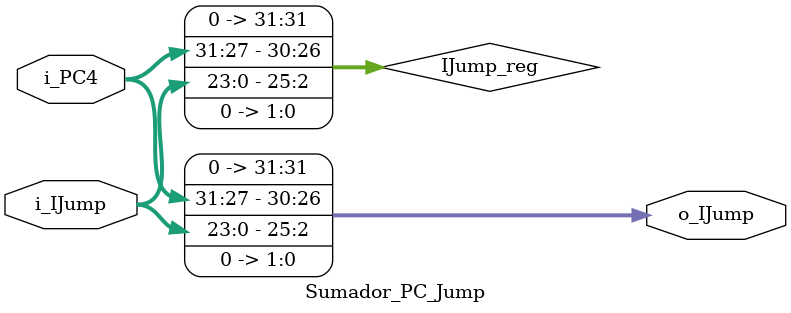
<source format=v>
`timescale 1ns / 1ps

module Sumador_PC_Jump
    #(
        parameter NBITS     =  32,
        parameter NBITSJUMP =  26
    )
    (
        input   wire    [NBITSJUMP-1    :0]     i_IJump         ,
        input   wire    [NBITS-1        :0]     i_PC4           ,
        output  wire    [NBITS-1        :0]     o_IJump                 
    );
    
    reg [NBITS-1  :0]   IJump_reg   ;    
    assign  o_IJump   = IJump_reg   ;
    
    always @(*)
    begin
        IJump_reg   <=  {i_PC4[NBITS-1:27], (i_IJump<<2)}  ;    // la dirección está en los 26 bits de de dato, y se le concatenan los bits más significativos de PC para hacer 32 bits
    end   
    
endmodule

</source>
